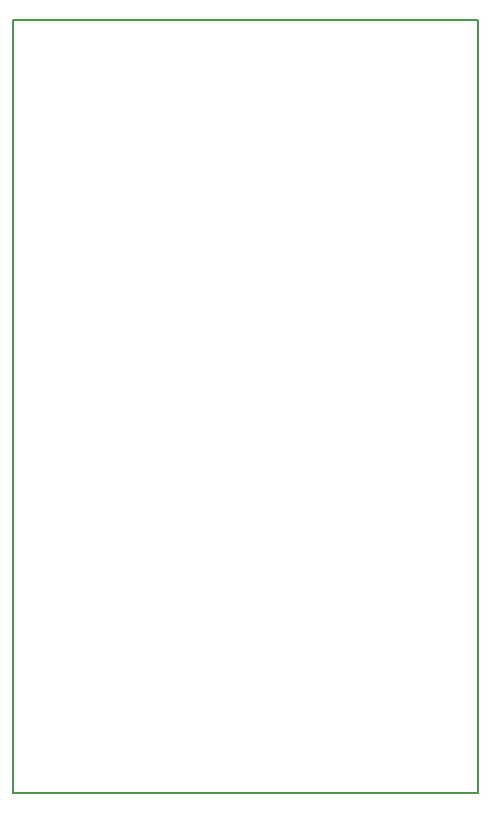
<source format=gbr>
G04 #@! TF.FileFunction,Profile,NP*
%FSLAX46Y46*%
G04 Gerber Fmt 4.6, Leading zero omitted, Abs format (unit mm)*
G04 Created by KiCad (PCBNEW 4.0.7) date 09/14/18 14:53:24*
%MOMM*%
%LPD*%
G01*
G04 APERTURE LIST*
%ADD10C,0.100000*%
%ADD11C,0.150000*%
G04 APERTURE END LIST*
D10*
D11*
X115570000Y-109220000D02*
X114300000Y-109220000D01*
X115570000Y-43815000D02*
X115570000Y-109220000D01*
X114300000Y-43815000D02*
X115570000Y-43815000D01*
X76200000Y-109220000D02*
X83820000Y-109220000D01*
X76200000Y-43815000D02*
X76200000Y-109220000D01*
X83820000Y-43815000D02*
X76200000Y-43815000D01*
X114300000Y-109220000D02*
X83820000Y-109220000D01*
X83820000Y-43815000D02*
X114300000Y-43815000D01*
M02*

</source>
